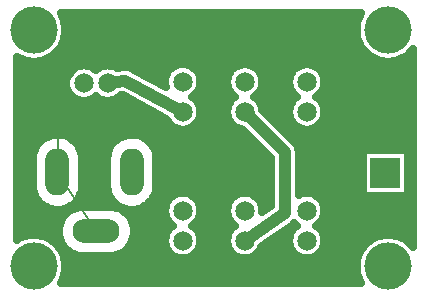
<source format=gbl>
G04 DipTrace 3.2.0.1*
G04 DynamixelMUX.gbl*
%MOIN*%
G04 #@! TF.FileFunction,Copper,L2,Bot*
G04 #@! TF.Part,Single*
%AMOUTLINE0*
4,1,20,
0.03937,-0.039336,
0.037008,-0.052803,
0.030181,-0.064651,
0.019715,-0.073449,
0.00687,-0.078136,
-0.006803,-0.078148,
-0.019655,-0.073483,
-0.030136,-0.064703,
-0.036984,-0.052867,
-0.03937,-0.039404,
-0.03937,0.039336,
-0.037008,0.052803,
-0.030181,0.064651,
-0.019715,0.073449,
-0.00687,0.078136,
0.006803,0.078148,
0.019655,0.073483,
0.030136,0.064703,
0.036984,0.052867,
0.03937,0.039404,
0.03937,-0.039336,
0*%
%AMOUTLINE3*
4,1,20,
0.039336,0.03937,
0.052803,0.037008,
0.064651,0.030181,
0.073449,0.019715,
0.078136,0.00687,
0.078148,-0.006803,
0.073483,-0.019655,
0.064703,-0.030136,
0.052867,-0.036984,
0.039404,-0.03937,
-0.039336,-0.03937,
-0.052803,-0.037008,
-0.064651,-0.030181,
-0.073449,-0.019715,
-0.078136,-0.00687,
-0.078148,0.006803,
-0.073483,0.019655,
-0.064703,0.030136,
-0.052867,0.036984,
-0.039404,0.03937,
0.039336,0.03937,
0*%
G04 #@! TA.AperFunction,Conductor*
%ADD13C,0.03937*%
%ADD14C,0.008*%
G04 #@! TA.AperFunction,CopperBalancing*
%ADD15C,0.025*%
G04 #@! TA.AperFunction,ComponentPad*
%ADD17R,0.098425X0.098425*%
%ADD18C,0.098425*%
%ADD20C,0.065199*%
G04 #@! TA.AperFunction,ViaPad*
%ADD21C,0.15748*%
G04 #@! TA.AperFunction,ComponentPad*
%ADD37OUTLINE0*%
%ADD40OUTLINE3*%
%FSLAX26Y26*%
G04*
G70*
G90*
G75*
G01*
G04 Bottom*
%LPD*%
X988465Y777559D2*
D13*
X1120293D1*
X1195158D1*
X988465Y1206693D2*
X1195158D1*
X1401851D1*
X580551Y1102362D2*
X678544Y1228701D1*
X988465Y1206693D1*
X1120293Y777559D2*
D14*
X1148544Y528701D1*
X1493544Y488701D1*
X1603544Y703701D1*
X1551458Y791530D1*
X1502752Y873662D1*
D13*
X1401851Y777559D1*
X580551Y1102362D2*
D14*
X570709Y805512D1*
X700630Y608662D1*
X1401851Y1206693D2*
X1663544Y1000551D1*
X1551458Y791530D1*
X988465Y1006693D2*
D13*
X797087Y1111024D1*
X738032Y1102362D1*
X1195158Y577559D2*
X1328544Y668701D1*
Y873307D1*
X1195158Y1006693D1*
D21*
X491969Y492126D3*
X1673071D3*
Y1279528D3*
X491969D3*
X587457Y1328777D2*
D15*
X1577562D1*
X596823Y1303908D2*
X1568196D1*
X599694Y1279040D2*
X1565326D1*
X596608Y1254171D2*
X1568448D1*
X586954Y1229302D2*
X1578100D1*
X568188Y1204433D2*
X1596868D1*
X438717Y1179565D2*
X456575D1*
X527352D2*
X1637704D1*
X1708444D2*
X1754219D1*
X438717Y1154696D2*
X629358D1*
X689225D2*
X708088D1*
X814604D2*
X951490D1*
X1025424D2*
X1158183D1*
X1232117D2*
X1364876D1*
X1438810D2*
X1754219D1*
X438717Y1129827D2*
X604454D1*
X861576D2*
X931575D1*
X1045340D2*
X1138268D1*
X1252033D2*
X1344961D1*
X1458726D2*
X1754219D1*
X438717Y1104958D2*
X597744D1*
X907185D2*
X926910D1*
X1050041D2*
X1133603D1*
X1256734D2*
X1340295D1*
X1463427D2*
X1754219D1*
X438717Y1080089D2*
X602050D1*
X1043725D2*
X1139882D1*
X1250418D2*
X1346575D1*
X1457110D2*
X1754219D1*
X438717Y1055221D2*
X621176D1*
X776172D2*
X800490D1*
X1024671D2*
X1158937D1*
X1231364D2*
X1365630D1*
X1438057D2*
X1754219D1*
X438717Y1030352D2*
X846099D1*
X1045124D2*
X1138519D1*
X1251816D2*
X1345211D1*
X1458509D2*
X1754219D1*
X438717Y1005483D2*
X891708D1*
X1050041D2*
X1133567D1*
X1264162D2*
X1340260D1*
X1463427D2*
X1754219D1*
X438717Y980614D2*
X932939D1*
X1043975D2*
X1139631D1*
X1289029D2*
X1346324D1*
X1457361D2*
X1754219D1*
X438717Y955746D2*
X956012D1*
X1020902D2*
X1162705D1*
X1313897D2*
X1369398D1*
X1434288D2*
X1754219D1*
X438717Y930877D2*
X564084D1*
X577309D2*
X812152D1*
X825358D2*
X1203181D1*
X1338764D2*
X1754219D1*
X438717Y906008D2*
X509146D1*
X632277D2*
X757177D1*
X880272D2*
X1228050D1*
X1363633D2*
X1754219D1*
X438717Y881139D2*
X492639D1*
X648784D2*
X740671D1*
X896815D2*
X1252918D1*
X1376550D2*
X1754219D1*
X438717Y856271D2*
X486395D1*
X655028D2*
X734427D1*
X903059D2*
X1277785D1*
X1377232D2*
X1585348D1*
X1741744D2*
X1754219D1*
X438717Y831402D2*
X486037D1*
X655386D2*
X734068D1*
X903418D2*
X1279866D1*
X1377232D2*
X1585348D1*
X1741744D2*
X1754219D1*
X438717Y806533D2*
X486037D1*
X655386D2*
X734068D1*
X903418D2*
X1279866D1*
X1377232D2*
X1585348D1*
X1741744D2*
X1754219D1*
X438717Y781664D2*
X486037D1*
X655386D2*
X734068D1*
X903418D2*
X1279866D1*
X1377232D2*
X1585348D1*
X1741744D2*
X1754219D1*
X438717Y756795D2*
X486252D1*
X655171D2*
X734284D1*
X903202D2*
X1279866D1*
X1377232D2*
X1585348D1*
X1741744D2*
X1754219D1*
X438717Y731927D2*
X491814D1*
X649609D2*
X739881D1*
X897604D2*
X962830D1*
X1014120D2*
X1169523D1*
X1220813D2*
X1279866D1*
X1427505D2*
X1585348D1*
X1741744D2*
X1754219D1*
X438717Y707058D2*
X507315D1*
X634107D2*
X755347D1*
X882103D2*
X934768D1*
X1042181D2*
X1141461D1*
X1248874D2*
X1279866D1*
X1455567D2*
X1754219D1*
X438717Y682189D2*
X549408D1*
X592015D2*
X618198D1*
X783062D2*
X797440D1*
X839974D2*
X927053D1*
X1049861D2*
X1133746D1*
X1463247D2*
X1754219D1*
X438717Y657320D2*
X588593D1*
X812667D2*
X930462D1*
X1046488D2*
X1137155D1*
X1459874D2*
X1754219D1*
X438717Y632452D2*
X576142D1*
X825083D2*
X947794D1*
X1029120D2*
X1154487D1*
X1442505D2*
X1754219D1*
X438717Y607583D2*
X572625D1*
X828599D2*
X935055D1*
X1041858D2*
X1141748D1*
X1323442D2*
X1348441D1*
X1455244D2*
X1754219D1*
X548021Y582714D2*
X576860D1*
X824365D2*
X927089D1*
X1049826D2*
X1133782D1*
X1287055D2*
X1340475D1*
X1463211D2*
X1617034D1*
X1729113D2*
X1754219D1*
X576656Y557845D2*
X590209D1*
X811051D2*
X930247D1*
X1046667D2*
X1136940D1*
X1253360D2*
X1343633D1*
X1460053D2*
X1588399D1*
X591440Y532977D2*
X622792D1*
X778504D2*
X947184D1*
X1029765D2*
X1153877D1*
X1236458D2*
X1360570D1*
X1443151D2*
X1573579D1*
X598474Y508108D2*
X1566545D1*
X599335Y483239D2*
X1565719D1*
X594131Y458370D2*
X1570887D1*
X1597025Y879406D2*
X1739248D1*
Y727996D1*
X1587839D1*
Y879406D1*
X1597025D1*
X1047374Y1102057D2*
X1045924Y1092898D1*
X1043058Y1084080D1*
X1038849Y1075818D1*
X1033399Y1068316D1*
X1026841Y1061759D1*
X1019928Y1056702D1*
X1026841Y1051628D1*
X1033399Y1045070D1*
X1038849Y1037568D1*
X1043058Y1029306D1*
X1045924Y1020488D1*
X1047374Y1011330D1*
Y1002057D1*
X1045924Y992898D1*
X1043058Y984080D1*
X1038849Y975818D1*
X1033399Y968316D1*
X1026841Y961759D1*
X1019340Y956309D1*
X1011078Y952100D1*
X1002260Y949234D1*
X993101Y947784D1*
X983828D1*
X974670Y949234D1*
X965852Y952100D1*
X957589Y956309D1*
X950088Y961759D1*
X943530Y968316D1*
X938080Y975818D1*
X934000Y983799D1*
X788508Y1063108D1*
X781243Y1062029D1*
X776408Y1057428D1*
X768907Y1051978D1*
X760645Y1047769D1*
X751827Y1044903D1*
X742668Y1043453D1*
X733395D1*
X724236Y1044903D1*
X715419Y1047769D1*
X707156Y1051978D1*
X699655Y1057428D1*
X698683Y1058327D1*
X694025Y1054557D1*
X686118Y1049711D1*
X677551Y1046163D1*
X668536Y1043998D1*
X659292Y1043271D1*
X650047Y1043998D1*
X641032Y1046163D1*
X632465Y1049711D1*
X624558Y1054557D1*
X617507Y1060578D1*
X611486Y1067629D1*
X606641Y1075536D1*
X603092Y1084103D1*
X600927Y1093118D1*
X600200Y1102362D1*
X600927Y1111607D1*
X603092Y1120622D1*
X606641Y1129189D1*
X611486Y1137096D1*
X617507Y1144147D1*
X624558Y1150168D1*
X632465Y1155013D1*
X641032Y1158562D1*
X650047Y1160727D1*
X659292Y1161454D1*
X668536Y1160727D1*
X677551Y1158562D1*
X686118Y1155013D1*
X694025Y1150168D1*
X698641Y1146398D1*
X703298Y1150168D1*
X711205Y1155013D1*
X719772Y1158562D1*
X728788Y1160727D1*
X738032Y1161454D1*
X747276Y1160727D1*
X756292Y1158562D1*
X764858Y1155013D1*
X767752Y1153393D1*
X793991Y1157097D1*
X801236Y1157015D1*
X808381Y1155799D1*
X815246Y1153481D1*
X827255Y1147171D1*
X931700Y1090232D1*
X930100Y1097449D1*
X929373Y1106693D1*
X930100Y1115937D1*
X932265Y1124953D1*
X935814Y1133520D1*
X940659Y1141427D1*
X946680Y1148478D1*
X953731Y1154499D1*
X961638Y1159344D1*
X970205Y1162893D1*
X979221Y1165058D1*
X988465Y1165785D1*
X997709Y1165058D1*
X1006725Y1162893D1*
X1015292Y1159344D1*
X1023198Y1154499D1*
X1030250Y1148478D1*
X1036271Y1141427D1*
X1041116Y1133520D1*
X1044664Y1124953D1*
X1046830Y1115937D1*
X1047557Y1106693D1*
X1047374Y1102057D1*
Y672923D2*
X1045924Y663764D1*
X1043058Y654946D1*
X1038849Y646684D1*
X1033399Y639183D1*
X1026841Y632625D1*
X1019928Y627568D1*
X1026841Y622494D1*
X1033399Y615936D1*
X1038849Y608435D1*
X1043058Y600172D1*
X1045924Y591355D1*
X1047374Y582196D1*
Y572923D1*
X1045924Y563764D1*
X1043058Y554946D1*
X1038849Y546684D1*
X1033399Y539183D1*
X1026841Y532625D1*
X1019340Y527175D1*
X1011078Y522966D1*
X1002260Y520100D1*
X993101Y518650D1*
X983828D1*
X974670Y520100D1*
X965852Y522966D1*
X957589Y527175D1*
X950088Y532625D1*
X943530Y539183D1*
X938080Y546684D1*
X933872Y554946D1*
X931005Y563764D1*
X929555Y572923D1*
Y582196D1*
X931005Y591355D1*
X933872Y600172D1*
X938080Y608435D1*
X943530Y615936D1*
X950088Y622494D1*
X957002Y627550D1*
X950088Y632625D1*
X943530Y639183D1*
X938080Y646684D1*
X933872Y654946D1*
X931005Y663764D1*
X929555Y672923D1*
Y682196D1*
X931005Y691355D1*
X933872Y700172D1*
X938080Y708435D1*
X943530Y715936D1*
X950088Y722494D1*
X957589Y727944D1*
X965852Y732152D1*
X974670Y735019D1*
X983828Y736469D1*
X993101D1*
X1002260Y735019D1*
X1011078Y732152D1*
X1019340Y727944D1*
X1026841Y722494D1*
X1033399Y715936D1*
X1038849Y708435D1*
X1043058Y700172D1*
X1045924Y691355D1*
X1047374Y682196D1*
Y672923D1*
X1254067Y1102057D2*
X1252617Y1092898D1*
X1249751Y1084080D1*
X1245542Y1075818D1*
X1240092Y1068316D1*
X1233534Y1061759D1*
X1226621Y1056702D1*
X1233534Y1051628D1*
X1240092Y1045070D1*
X1245542Y1037568D1*
X1249751Y1029306D1*
X1252617Y1020488D1*
X1253831Y1013327D1*
X1363656Y903297D1*
X1367916Y897435D1*
X1371206Y890979D1*
X1373445Y884087D1*
X1374579Y876931D1*
X1374721Y845748D1*
Y730021D1*
X1379238Y732152D1*
X1388055Y735019D1*
X1397214Y736469D1*
X1406487D1*
X1415646Y735019D1*
X1424463Y732152D1*
X1432726Y727944D1*
X1440227Y722494D1*
X1446785Y715936D1*
X1452235Y708435D1*
X1456444Y700172D1*
X1459310Y691355D1*
X1460760Y682196D1*
Y672923D1*
X1459310Y663764D1*
X1456444Y654946D1*
X1452235Y646684D1*
X1446785Y639183D1*
X1440227Y632625D1*
X1433314Y627568D1*
X1440227Y622494D1*
X1446785Y615936D1*
X1452235Y608435D1*
X1456444Y600172D1*
X1459310Y591355D1*
X1460760Y582196D1*
Y572923D1*
X1459310Y563764D1*
X1456444Y554946D1*
X1452235Y546684D1*
X1446785Y539183D1*
X1440227Y532625D1*
X1432726Y527175D1*
X1424463Y522966D1*
X1415646Y520100D1*
X1406487Y518650D1*
X1397214D1*
X1388055Y520100D1*
X1379238Y522966D1*
X1370975Y527175D1*
X1363474Y532625D1*
X1356916Y539183D1*
X1351466Y546684D1*
X1347257Y554946D1*
X1344391Y563764D1*
X1342941Y572923D1*
Y582196D1*
X1344391Y591355D1*
X1347257Y600172D1*
X1351466Y608435D1*
X1356916Y615936D1*
X1363474Y622494D1*
X1370387Y627550D1*
X1363474Y632625D1*
X1360505Y635369D1*
X1355673Y631335D1*
X1251638Y560223D1*
X1249751Y554946D1*
X1245542Y546684D1*
X1240092Y539183D1*
X1233534Y532625D1*
X1226033Y527175D1*
X1217771Y522966D1*
X1208953Y520100D1*
X1199794Y518650D1*
X1190521D1*
X1181362Y520100D1*
X1172545Y522966D1*
X1164282Y527175D1*
X1156781Y532625D1*
X1150223Y539183D1*
X1144773Y546684D1*
X1140565Y554946D1*
X1137698Y563764D1*
X1136248Y572923D1*
Y582196D1*
X1137698Y591355D1*
X1140565Y600172D1*
X1144773Y608435D1*
X1150223Y615936D1*
X1156781Y622494D1*
X1163694Y627550D1*
X1156781Y632625D1*
X1150223Y639183D1*
X1144773Y646684D1*
X1140565Y654946D1*
X1137698Y663764D1*
X1136248Y672923D1*
Y682196D1*
X1137698Y691355D1*
X1140565Y700172D1*
X1144773Y708435D1*
X1150223Y715936D1*
X1156781Y722494D1*
X1164282Y727944D1*
X1172545Y732152D1*
X1181362Y735019D1*
X1190521Y736469D1*
X1199794D1*
X1208953Y735019D1*
X1217771Y732152D1*
X1226033Y727944D1*
X1233534Y722494D1*
X1240092Y715936D1*
X1245542Y708435D1*
X1249751Y700172D1*
X1252617Y691355D1*
X1254067Y682196D1*
X1254101Y673774D1*
X1282374Y693082D1*
X1282366Y854187D1*
X1188584Y947961D1*
X1181362Y949234D1*
X1172545Y952100D1*
X1164282Y956309D1*
X1156781Y961759D1*
X1150223Y968316D1*
X1144773Y975818D1*
X1140565Y984080D1*
X1137698Y992898D1*
X1136248Y1002057D1*
Y1011330D1*
X1137698Y1020488D1*
X1140565Y1029306D1*
X1144773Y1037568D1*
X1150223Y1045070D1*
X1156781Y1051628D1*
X1163694Y1056684D1*
X1156781Y1061759D1*
X1150223Y1068316D1*
X1144773Y1075818D1*
X1140565Y1084080D1*
X1137698Y1092898D1*
X1136248Y1102057D1*
Y1111330D1*
X1137698Y1120488D1*
X1140565Y1129306D1*
X1144773Y1137568D1*
X1150223Y1145070D1*
X1156781Y1151628D1*
X1164282Y1157078D1*
X1172545Y1161286D1*
X1181362Y1164152D1*
X1190521Y1165603D1*
X1199794D1*
X1208953Y1164152D1*
X1217771Y1161286D1*
X1226033Y1157078D1*
X1233534Y1151628D1*
X1240092Y1145070D1*
X1245542Y1137568D1*
X1249751Y1129306D1*
X1252617Y1120488D1*
X1254067Y1111330D1*
Y1102057D1*
X1460760D2*
X1459310Y1092898D1*
X1456444Y1084080D1*
X1452235Y1075818D1*
X1446785Y1068316D1*
X1440227Y1061759D1*
X1433314Y1056702D1*
X1440227Y1051628D1*
X1446785Y1045070D1*
X1452235Y1037568D1*
X1456444Y1029306D1*
X1459310Y1020488D1*
X1460760Y1011330D1*
Y1002057D1*
X1459310Y992898D1*
X1456444Y984080D1*
X1452235Y975818D1*
X1446785Y968316D1*
X1440227Y961759D1*
X1432726Y956309D1*
X1424463Y952100D1*
X1415646Y949234D1*
X1406487Y947784D1*
X1397214D1*
X1388055Y949234D1*
X1379238Y952100D1*
X1370975Y956309D1*
X1363474Y961759D1*
X1356916Y968316D1*
X1351466Y975818D1*
X1347257Y984080D1*
X1344391Y992898D1*
X1342941Y1002057D1*
Y1011330D1*
X1344391Y1020488D1*
X1347257Y1029306D1*
X1351466Y1037568D1*
X1356916Y1045070D1*
X1363474Y1051628D1*
X1370387Y1056684D1*
X1363474Y1061759D1*
X1356916Y1068316D1*
X1351466Y1075818D1*
X1347257Y1084080D1*
X1344391Y1092898D1*
X1342941Y1102057D1*
Y1111330D1*
X1344391Y1120488D1*
X1347257Y1129306D1*
X1351466Y1137568D1*
X1356916Y1145070D1*
X1363474Y1151628D1*
X1370975Y1157078D1*
X1379238Y1161286D1*
X1388055Y1164152D1*
X1397214Y1165603D1*
X1406487D1*
X1415646Y1164152D1*
X1424463Y1161286D1*
X1432726Y1157078D1*
X1440227Y1151628D1*
X1446785Y1145070D1*
X1452235Y1137568D1*
X1456444Y1129306D1*
X1459310Y1120488D1*
X1460760Y1111330D1*
Y1102057D1*
X596877Y483870D2*
X595906Y475664D1*
X594293Y467561D1*
X592050Y459608D1*
X589191Y451856D1*
X585731Y444352D1*
X581066Y436204D1*
X1583907Y436201D1*
X1579309Y444352D1*
X1575849Y451856D1*
X1572990Y459608D1*
X1570747Y467561D1*
X1569134Y475664D1*
X1568163Y483870D1*
X1567839Y492126D1*
X1568163Y500382D1*
X1569134Y508588D1*
X1570747Y516692D1*
X1572990Y524645D1*
X1575849Y532397D1*
X1579309Y539900D1*
X1583345Y547110D1*
X1587936Y553981D1*
X1593051Y560469D1*
X1598660Y566537D1*
X1604729Y572146D1*
X1611217Y577261D1*
X1618087Y581852D1*
X1625297Y585889D1*
X1632801Y589348D1*
X1640553Y592208D1*
X1648505Y594450D1*
X1656609Y596063D1*
X1664815Y597034D1*
X1673071Y597358D1*
X1681327Y597034D1*
X1689533Y596063D1*
X1697637Y594450D1*
X1705589Y592208D1*
X1713341Y589348D1*
X1720845Y585889D1*
X1728055Y581852D1*
X1734925Y577261D1*
X1741414Y572146D1*
X1747482Y566537D1*
X1753091Y560469D1*
X1756708Y555881D1*
X1756713Y1215672D1*
X1747482Y1205117D1*
X1741414Y1199508D1*
X1734925Y1194393D1*
X1728055Y1189802D1*
X1720845Y1185765D1*
X1713341Y1182306D1*
X1705589Y1179446D1*
X1697637Y1177204D1*
X1689533Y1175591D1*
X1681327Y1174620D1*
X1673071Y1174295D1*
X1664815Y1174620D1*
X1656609Y1175591D1*
X1648505Y1177204D1*
X1640553Y1179446D1*
X1632801Y1182306D1*
X1625297Y1185765D1*
X1618087Y1189802D1*
X1611217Y1194393D1*
X1604729Y1199508D1*
X1598660Y1205117D1*
X1593051Y1211185D1*
X1587936Y1217673D1*
X1583345Y1224544D1*
X1579309Y1231753D1*
X1575849Y1239257D1*
X1572990Y1247009D1*
X1570747Y1254962D1*
X1569134Y1263066D1*
X1568163Y1271272D1*
X1567839Y1279528D1*
X1568163Y1287784D1*
X1569134Y1295990D1*
X1570747Y1304093D1*
X1572990Y1312046D1*
X1575849Y1319798D1*
X1579309Y1327302D1*
X1583974Y1335450D1*
X581086Y1335453D1*
X585731Y1327302D1*
X589191Y1319798D1*
X592050Y1312046D1*
X594293Y1304093D1*
X595906Y1295990D1*
X596877Y1287784D1*
X597201Y1279528D1*
X596877Y1271272D1*
X595906Y1263066D1*
X594293Y1254962D1*
X592050Y1247009D1*
X589191Y1239257D1*
X585731Y1231753D1*
X581694Y1224544D1*
X577104Y1217673D1*
X571988Y1211185D1*
X566379Y1205117D1*
X560311Y1199508D1*
X553823Y1194393D1*
X546953Y1189802D1*
X539743Y1185765D1*
X532239Y1182306D1*
X524487Y1179446D1*
X516534Y1177204D1*
X508431Y1175591D1*
X500225Y1174620D1*
X491969Y1174295D1*
X483713Y1174620D1*
X475507Y1175591D1*
X467403Y1177204D1*
X459450Y1179446D1*
X451698Y1182306D1*
X444194Y1185765D1*
X436206Y1190323D1*
X436201Y581395D1*
X444194Y585889D1*
X451698Y589348D1*
X459450Y592208D1*
X467403Y594450D1*
X475507Y596063D1*
X483713Y597034D1*
X491969Y597358D1*
X500225Y597034D1*
X508431Y596063D1*
X516534Y594450D1*
X524487Y592208D1*
X532239Y589348D1*
X539743Y585889D1*
X546953Y581852D1*
X553823Y577261D1*
X560311Y572146D1*
X566379Y566537D1*
X571988Y560469D1*
X577104Y553981D1*
X581694Y547110D1*
X585731Y539900D1*
X589191Y532397D1*
X592050Y524645D1*
X594293Y516692D1*
X595906Y508588D1*
X596877Y500382D1*
X597201Y492126D1*
X596877Y483870D1*
X822994Y930868D2*
X828730Y930400D1*
X839282Y928400D1*
X849483Y925042D1*
X859160Y920382D1*
X868146Y914500D1*
X876289Y907498D1*
X883449Y899492D1*
X889504Y890621D1*
X894352Y881037D1*
X897908Y870903D1*
X900113Y860391D1*
X900795Y852973D1*
X900933Y812078D1*
X900706Y756784D1*
X900057Y750348D1*
X898276Y741574D1*
X894921Y731439D1*
X890285Y721822D1*
X884442Y712886D1*
X877492Y704781D1*
X869553Y697645D1*
X860756Y691595D1*
X851251Y686734D1*
X841196Y683143D1*
X830761Y680885D1*
X819386Y679983D1*
X808672Y680609D1*
X798131Y682625D1*
X787942Y685996D1*
X778280Y690667D1*
X769307Y696555D1*
X761177Y703562D1*
X754030Y711567D1*
X747986Y720436D1*
X743147Y730015D1*
X740563Y737037D1*
X738151Y746431D1*
X736849Y756042D1*
X736579Y771395D1*
X736792Y854200D1*
X737996Y863886D1*
X740494Y873855D1*
X742456Y879411D1*
X747117Y889149D1*
X753016Y898191D1*
X760049Y906381D1*
X768097Y913578D1*
X777020Y919655D1*
X786662Y924509D1*
X796858Y928058D1*
X807432Y930236D1*
X814887Y930893D1*
X819813Y931003D1*
X575092Y930860D2*
X585301Y929685D1*
X591066Y928466D1*
X601330Y925117D1*
X611065Y920450D1*
X620103Y914546D1*
X625855Y909759D1*
X632684Y902782D1*
X638646Y895053D1*
X643886Y886213D1*
X646402Y880885D1*
X649944Y870685D1*
X652117Y860110D1*
X652885Y848823D1*
X652649Y756557D1*
X651414Y746936D1*
X648902Y737037D1*
X646949Y731545D1*
X642305Y721869D1*
X636440Y712881D1*
X629456Y704734D1*
X621469Y697565D1*
X612617Y691498D1*
X603050Y686634D1*
X592931Y683058D1*
X582432Y680830D1*
X571339Y679983D1*
X560625Y680609D1*
X553255Y681899D1*
X543919Y684530D1*
X534954Y688231D1*
X526051Y693238D1*
X521259Y696555D1*
X513130Y703562D1*
X505982Y711567D1*
X499937Y720436D1*
X495100Y730015D1*
X491550Y740143D1*
X489351Y750647D1*
X488668Y758068D1*
X488530Y798954D1*
X488774Y854714D1*
X490046Y864393D1*
X492446Y873855D1*
X494408Y879411D1*
X499068Y889149D1*
X504967Y898191D1*
X512002Y906381D1*
X520049Y913578D1*
X528971Y919655D1*
X538614Y924509D1*
X545642Y927083D1*
X555103Y929487D1*
X564781Y930764D1*
X574578Y930893D1*
X575092Y930860D1*
X825979Y604755D2*
X825536Y598961D1*
X823568Y588347D1*
X820225Y578082D1*
X815565Y568343D1*
X809666Y559301D1*
X802631Y551112D1*
X794584Y543915D1*
X785662Y537837D1*
X776019Y532982D1*
X765823Y529435D1*
X755250Y527256D1*
X743925Y526481D1*
X651820Y526705D1*
X642172Y527925D1*
X632242Y530429D1*
X626721Y532385D1*
X617017Y537034D1*
X608004Y542912D1*
X602246Y547693D1*
X595432Y554634D1*
X589477Y562323D1*
X584230Y571118D1*
X581713Y576407D1*
X578145Y586558D1*
X575933Y597088D1*
X575113Y608091D1*
X575747Y618794D1*
X577768Y629323D1*
X581141Y639500D1*
X585807Y649152D1*
X591691Y658116D1*
X598689Y666238D1*
X606684Y673381D1*
X615541Y679423D1*
X625108Y684263D1*
X635222Y687816D1*
X645714Y690025D1*
X653138Y690717D1*
X694091Y690858D1*
X749537Y690625D1*
X759181Y689391D1*
X765992Y687839D1*
X774621Y684911D1*
X784315Y680248D1*
X793316Y674360D1*
X801473Y667347D1*
X808642Y659327D1*
X814702Y650440D1*
X819550Y640837D1*
X823103Y630684D1*
X825297Y620152D1*
X825973Y612702D1*
X826095Y607777D1*
D37*
X818740Y805512D3*
X570709D3*
D40*
X700630Y608662D3*
D17*
X1663544Y803701D3*
D18*
Y1000551D3*
D20*
X988465Y1206693D3*
Y1106693D3*
Y1006693D3*
Y777559D3*
Y677559D3*
Y577559D3*
X1195158Y1206693D3*
Y1106693D3*
Y1006693D3*
Y777559D3*
Y677559D3*
Y577559D3*
X1401851Y1206693D3*
Y1106693D3*
Y1006693D3*
Y777559D3*
Y677559D3*
Y577559D3*
X580551Y1102362D3*
X659292D3*
X738032D3*
M02*

</source>
